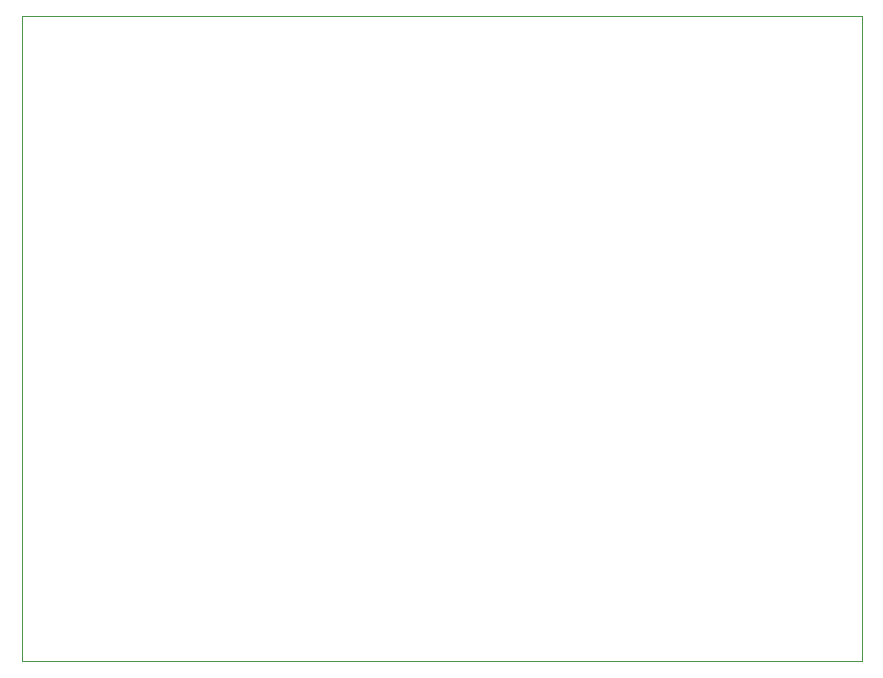
<source format=gbr>
G04 #@! TF.GenerationSoftware,KiCad,Pcbnew,(6.0.5)*
G04 #@! TF.CreationDate,2022-06-04T20:53:52-07:00*
G04 #@! TF.ProjectId,hawkeye_driver,6861776b-6579-4655-9f64-72697665722e,A*
G04 #@! TF.SameCoordinates,Original*
G04 #@! TF.FileFunction,Profile,NP*
%FSLAX46Y46*%
G04 Gerber Fmt 4.6, Leading zero omitted, Abs format (unit mm)*
G04 Created by KiCad (PCBNEW (6.0.5)) date 2022-06-04 20:53:52*
%MOMM*%
%LPD*%
G01*
G04 APERTURE LIST*
G04 #@! TA.AperFunction,Profile*
%ADD10C,0.100000*%
G04 #@! TD*
G04 APERTURE END LIST*
D10*
X104140000Y-64135000D02*
X175260000Y-64135000D01*
X175260000Y-64135000D02*
X175260000Y-118745000D01*
X175260000Y-118745000D02*
X104140000Y-118745000D01*
X104140000Y-118745000D02*
X104140000Y-64135000D01*
M02*

</source>
